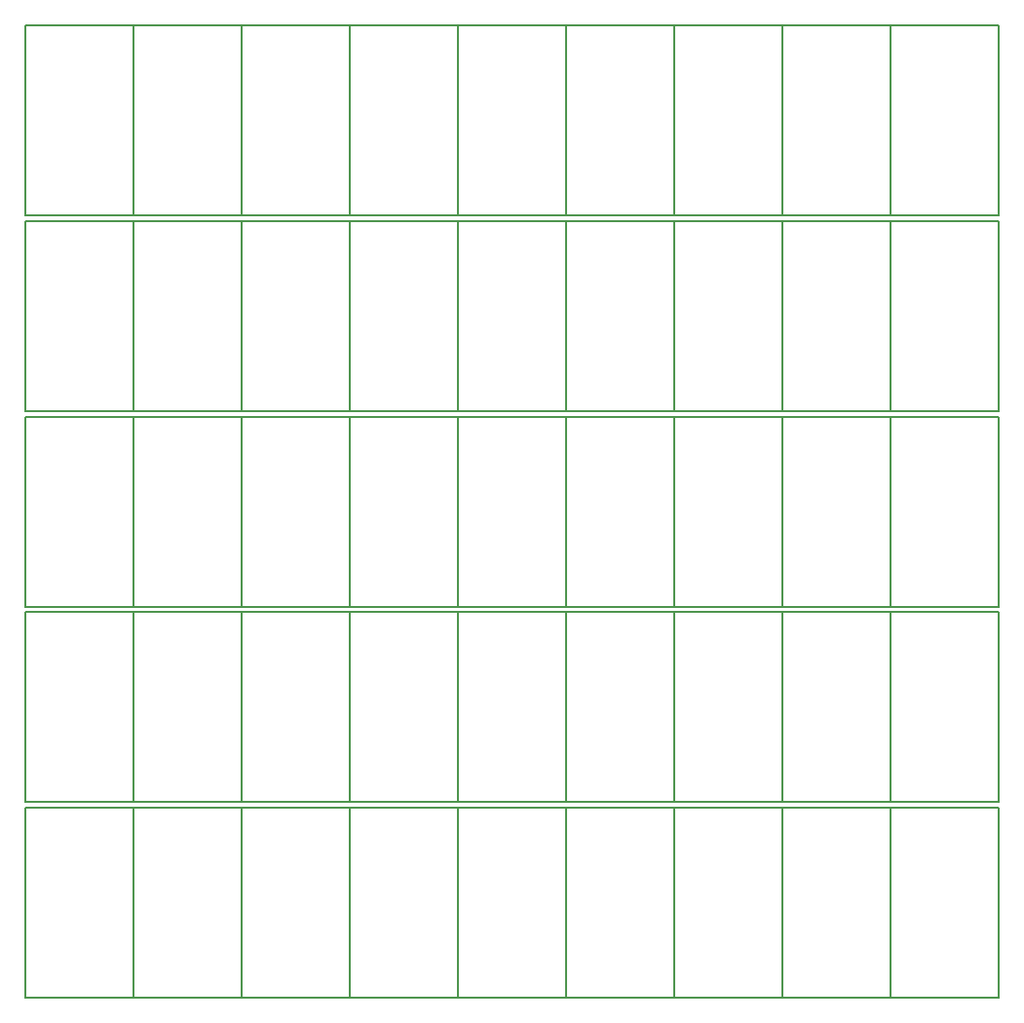
<source format=gbr>
G04 #@! TF.GenerationSoftware,KiCad,Pcbnew,5.0.0-rc2-dev-unknown-c6ef0d5~62~ubuntu16.04.1*
G04 #@! TF.CreationDate,2018-03-19T15:53:38+01:00*
G04 #@! TF.ProjectId,AS5306A_board_5x9_panel,415335333036415F626F6172645F3578,rev?*
G04 #@! TF.SameCoordinates,Original*
G04 #@! TF.FileFunction,Profile,NP*
%FSLAX46Y46*%
G04 Gerber Fmt 4.6, Leading zero omitted, Abs format (unit mm)*
G04 Created by KiCad (PCBNEW 5.0.0-rc2-dev-unknown-c6ef0d5~62~ubuntu16.04.1) date Mon Mar 19 15:53:38 2018*
%MOMM*%
%LPD*%
G01*
G04 APERTURE LIST*
%ADD10C,0.150000*%
G04 APERTURE END LIST*
D10*
X165886000Y-77600000D02*
X165886000Y-82600000D01*
X175286000Y-77600000D02*
X175286000Y-82600000D01*
X184686000Y-77600000D02*
X184686000Y-82600000D01*
X165886000Y-94600000D02*
X165886000Y-99600000D01*
X175286000Y-94600000D02*
X175286000Y-99600000D01*
X184686000Y-94600000D02*
X184686000Y-99600000D01*
X165886000Y-111600000D02*
X165886000Y-116600000D01*
X175286000Y-111600000D02*
X175286000Y-116600000D01*
X184686000Y-111600000D02*
X184686000Y-116600000D01*
X165886000Y-128600000D02*
X165886000Y-133600000D01*
X175286000Y-128600000D02*
X175286000Y-133600000D01*
X184686000Y-128600000D02*
X184686000Y-133600000D01*
X175286000Y-65600000D02*
X184686000Y-65600000D01*
X175286000Y-77600000D02*
X175286000Y-66100000D01*
X184686000Y-77600000D02*
X184686000Y-66100000D01*
X175286000Y-94600000D02*
X175286000Y-83100000D01*
X184686000Y-94600000D02*
X184686000Y-83100000D01*
X175286000Y-111600000D02*
X175286000Y-100100000D01*
X184686000Y-111600000D02*
X184686000Y-100100000D01*
X175286000Y-128600000D02*
X175286000Y-117100000D01*
X184686000Y-128600000D02*
X184686000Y-117100000D01*
X165886000Y-82600000D02*
X175286000Y-82600000D01*
X175286000Y-82600000D02*
X184686000Y-82600000D01*
X165886000Y-99600000D02*
X175286000Y-99600000D01*
X175286000Y-99600000D02*
X184686000Y-99600000D01*
X165886000Y-116600000D02*
X175286000Y-116600000D01*
X175286000Y-116600000D02*
X184686000Y-116600000D01*
X165886000Y-133600000D02*
X175286000Y-133600000D01*
X175286000Y-133600000D02*
X184686000Y-133600000D01*
X184686000Y-60600000D02*
X184686000Y-49100000D01*
X165886000Y-49100000D02*
X165886000Y-60600000D01*
X175286000Y-60600000D02*
X175286000Y-49100000D01*
X175286000Y-49100000D02*
X165886000Y-49100000D01*
X165886000Y-60600000D02*
X165886000Y-65600000D01*
X165886000Y-65600000D02*
X175286000Y-65600000D01*
X175286000Y-65600000D02*
X175286000Y-60600000D01*
X175286000Y-49100000D02*
X175286000Y-60600000D01*
X184686000Y-49100000D02*
X184686000Y-60600000D01*
X175286000Y-66100000D02*
X165886000Y-66100000D01*
X184686000Y-66100000D02*
X175286000Y-66100000D01*
X175286000Y-83100000D02*
X165886000Y-83100000D01*
X184686000Y-83100000D02*
X175286000Y-83100000D01*
X175286000Y-100100000D02*
X165886000Y-100100000D01*
X184686000Y-100100000D02*
X175286000Y-100100000D01*
X175286000Y-117100000D02*
X165886000Y-117100000D01*
X184686000Y-117100000D02*
X175286000Y-117100000D01*
X184686000Y-65600000D02*
X184686000Y-60600000D01*
X165886000Y-66100000D02*
X165886000Y-77600000D01*
X175286000Y-66100000D02*
X175286000Y-77600000D01*
X184686000Y-66100000D02*
X184686000Y-77600000D01*
X165886000Y-83100000D02*
X165886000Y-94600000D01*
X175286000Y-83100000D02*
X175286000Y-94600000D01*
X184686000Y-83100000D02*
X184686000Y-94600000D01*
X165886000Y-100100000D02*
X165886000Y-111600000D01*
X175286000Y-100100000D02*
X175286000Y-111600000D01*
X184686000Y-100100000D02*
X184686000Y-111600000D01*
X165886000Y-117100000D02*
X165886000Y-128600000D01*
X175286000Y-117100000D02*
X175286000Y-128600000D01*
X184686000Y-117100000D02*
X184686000Y-128600000D01*
X184686000Y-49100000D02*
X175286000Y-49100000D01*
X184686000Y-82600000D02*
X184686000Y-77600000D01*
X175286000Y-82600000D02*
X175286000Y-77600000D01*
X184686000Y-99600000D02*
X184686000Y-94600000D01*
X175286000Y-99600000D02*
X175286000Y-94600000D01*
X175286000Y-133600000D02*
X175286000Y-128600000D01*
X175286000Y-116600000D02*
X175286000Y-111600000D01*
X184686000Y-116600000D02*
X184686000Y-111600000D01*
X184686000Y-133600000D02*
X184686000Y-128600000D01*
X175286000Y-60600000D02*
X175286000Y-65600000D01*
X184686000Y-60600000D02*
X184686000Y-65600000D01*
X147090000Y-82600000D02*
X156490000Y-82600000D01*
X156490000Y-82600000D02*
X165890000Y-82600000D01*
X147090000Y-99600000D02*
X156490000Y-99600000D01*
X156490000Y-99600000D02*
X165890000Y-99600000D01*
X147090000Y-116600000D02*
X156490000Y-116600000D01*
X156490000Y-116600000D02*
X165890000Y-116600000D01*
X147090000Y-133600000D02*
X156490000Y-133600000D01*
X156490000Y-133600000D02*
X165890000Y-133600000D01*
X165890000Y-60600000D02*
X165890000Y-49100000D01*
X147090000Y-49100000D02*
X147090000Y-60600000D01*
X156490000Y-60600000D02*
X156490000Y-49100000D01*
X156490000Y-49100000D02*
X147090000Y-49100000D01*
X147090000Y-60600000D02*
X147090000Y-65600000D01*
X147090000Y-65600000D02*
X156490000Y-65600000D01*
X156490000Y-65600000D02*
X156490000Y-60600000D01*
X156490000Y-49100000D02*
X156490000Y-60600000D01*
X165890000Y-49100000D02*
X165890000Y-60600000D01*
X156490000Y-66100000D02*
X147090000Y-66100000D01*
X165890000Y-66100000D02*
X156490000Y-66100000D01*
X156490000Y-83100000D02*
X147090000Y-83100000D01*
X165890000Y-83100000D02*
X156490000Y-83100000D01*
X156490000Y-100100000D02*
X147090000Y-100100000D01*
X165890000Y-100100000D02*
X156490000Y-100100000D01*
X156490000Y-117100000D02*
X147090000Y-117100000D01*
X165890000Y-117100000D02*
X156490000Y-117100000D01*
X165890000Y-65600000D02*
X165890000Y-60600000D01*
X147090000Y-66100000D02*
X147090000Y-77600000D01*
X156490000Y-66100000D02*
X156490000Y-77600000D01*
X165890000Y-66100000D02*
X165890000Y-77600000D01*
X147090000Y-83100000D02*
X147090000Y-94600000D01*
X156490000Y-83100000D02*
X156490000Y-94600000D01*
X165890000Y-83100000D02*
X165890000Y-94600000D01*
X147090000Y-100100000D02*
X147090000Y-111600000D01*
X156490000Y-100100000D02*
X156490000Y-111600000D01*
X165890000Y-100100000D02*
X165890000Y-111600000D01*
X147090000Y-117100000D02*
X147090000Y-128600000D01*
X156490000Y-117100000D02*
X156490000Y-128600000D01*
X165890000Y-117100000D02*
X165890000Y-128600000D01*
X165890000Y-49100000D02*
X156490000Y-49100000D01*
X147090000Y-77600000D02*
X147090000Y-82600000D01*
X156490000Y-77600000D02*
X156490000Y-82600000D01*
X165890000Y-77600000D02*
X165890000Y-82600000D01*
X147090000Y-94600000D02*
X147090000Y-99600000D01*
X156490000Y-94600000D02*
X156490000Y-99600000D01*
X165890000Y-94600000D02*
X165890000Y-99600000D01*
X147090000Y-111600000D02*
X147090000Y-116600000D01*
X156490000Y-111600000D02*
X156490000Y-116600000D01*
X165890000Y-111600000D02*
X165890000Y-116600000D01*
X147090000Y-128600000D02*
X147090000Y-133600000D01*
X156490000Y-128600000D02*
X156490000Y-133600000D01*
X165890000Y-128600000D02*
X165890000Y-133600000D01*
X156490000Y-65600000D02*
X165890000Y-65600000D01*
X156490000Y-77600000D02*
X156490000Y-66100000D01*
X165890000Y-77600000D02*
X165890000Y-66100000D01*
X156490000Y-94600000D02*
X156490000Y-83100000D01*
X165890000Y-94600000D02*
X165890000Y-83100000D01*
X156490000Y-111600000D02*
X156490000Y-100100000D01*
X165890000Y-111600000D02*
X165890000Y-100100000D01*
X156490000Y-128600000D02*
X156490000Y-117100000D01*
X165890000Y-128600000D02*
X165890000Y-117100000D01*
X156490000Y-82600000D02*
X156490000Y-77600000D01*
X165890000Y-82600000D02*
X165890000Y-77600000D01*
X156490000Y-99600000D02*
X156490000Y-94600000D01*
X165890000Y-99600000D02*
X165890000Y-94600000D01*
X156490000Y-116600000D02*
X156490000Y-111600000D01*
X165890000Y-116600000D02*
X165890000Y-111600000D01*
X156490000Y-133600000D02*
X156490000Y-128600000D01*
X165890000Y-133600000D02*
X165890000Y-128600000D01*
X156490000Y-60600000D02*
X156490000Y-65600000D01*
X165890000Y-60600000D02*
X165890000Y-65600000D01*
X147100000Y-128600000D02*
X147100000Y-117100000D01*
X137700000Y-128600000D02*
X137700000Y-117100000D01*
X128300000Y-128600000D02*
X128300000Y-117100000D01*
X118900000Y-128600000D02*
X118900000Y-117100000D01*
X109500000Y-128600000D02*
X109500000Y-117100000D01*
X147100000Y-111600000D02*
X147100000Y-100100000D01*
X137700000Y-111600000D02*
X137700000Y-100100000D01*
X128300000Y-111600000D02*
X128300000Y-100100000D01*
X118900000Y-111600000D02*
X118900000Y-100100000D01*
X109500000Y-111600000D02*
X109500000Y-100100000D01*
X147100000Y-94600000D02*
X147100000Y-83100000D01*
X137700000Y-94600000D02*
X137700000Y-83100000D01*
X128300000Y-94600000D02*
X128300000Y-83100000D01*
X118900000Y-94600000D02*
X118900000Y-83100000D01*
X109500000Y-94600000D02*
X109500000Y-83100000D01*
X147100000Y-77600000D02*
X147100000Y-66100000D01*
X137700000Y-77600000D02*
X137700000Y-66100000D01*
X128300000Y-77600000D02*
X128300000Y-66100000D01*
X118900000Y-77600000D02*
X118900000Y-66100000D01*
X109500000Y-77600000D02*
X109500000Y-66100000D01*
X147100000Y-60600000D02*
X147100000Y-49100000D01*
X137700000Y-60600000D02*
X137700000Y-49100000D01*
X128300000Y-60600000D02*
X128300000Y-49100000D01*
X118900000Y-60600000D02*
X118900000Y-49100000D01*
X137700000Y-133600000D02*
X147100000Y-133600000D01*
X128300000Y-133600000D02*
X137700000Y-133600000D01*
X118900000Y-133600000D02*
X128300000Y-133600000D01*
X109500000Y-133600000D02*
X118900000Y-133600000D01*
X100100000Y-133600000D02*
X109500000Y-133600000D01*
X137700000Y-116600000D02*
X147100000Y-116600000D01*
X128300000Y-116600000D02*
X137700000Y-116600000D01*
X118900000Y-116600000D02*
X128300000Y-116600000D01*
X109500000Y-116600000D02*
X118900000Y-116600000D01*
X100100000Y-116600000D02*
X109500000Y-116600000D01*
X137700000Y-99600000D02*
X147100000Y-99600000D01*
X128300000Y-99600000D02*
X137700000Y-99600000D01*
X118900000Y-99600000D02*
X128300000Y-99600000D01*
X109500000Y-99600000D02*
X118900000Y-99600000D01*
X100100000Y-99600000D02*
X109500000Y-99600000D01*
X137700000Y-82600000D02*
X147100000Y-82600000D01*
X128300000Y-82600000D02*
X137700000Y-82600000D01*
X118900000Y-82600000D02*
X128300000Y-82600000D01*
X109500000Y-82600000D02*
X118900000Y-82600000D01*
X100100000Y-82600000D02*
X109500000Y-82600000D01*
X137700000Y-65600000D02*
X147100000Y-65600000D01*
X128300000Y-65600000D02*
X137700000Y-65600000D01*
X118900000Y-65600000D02*
X128300000Y-65600000D01*
X109500000Y-65600000D02*
X118900000Y-65600000D01*
X137700000Y-128600000D02*
X137700000Y-133600000D01*
X128300000Y-128600000D02*
X128300000Y-133600000D01*
X118900000Y-128600000D02*
X118900000Y-133600000D01*
X109500000Y-128600000D02*
X109500000Y-133600000D01*
X100100000Y-128600000D02*
X100100000Y-133600000D01*
X137700000Y-111600000D02*
X137700000Y-116600000D01*
X128300000Y-111600000D02*
X128300000Y-116600000D01*
X118900000Y-111600000D02*
X118900000Y-116600000D01*
X109500000Y-111600000D02*
X109500000Y-116600000D01*
X100100000Y-111600000D02*
X100100000Y-116600000D01*
X137700000Y-94600000D02*
X137700000Y-99600000D01*
X128300000Y-94600000D02*
X128300000Y-99600000D01*
X118900000Y-94600000D02*
X118900000Y-99600000D01*
X109500000Y-94600000D02*
X109500000Y-99600000D01*
X100100000Y-94600000D02*
X100100000Y-99600000D01*
X137700000Y-77600000D02*
X137700000Y-82600000D01*
X128300000Y-77600000D02*
X128300000Y-82600000D01*
X118900000Y-77600000D02*
X118900000Y-82600000D01*
X109500000Y-77600000D02*
X109500000Y-82600000D01*
X100100000Y-77600000D02*
X100100000Y-82600000D01*
X137700000Y-60600000D02*
X137700000Y-65600000D01*
X128300000Y-60600000D02*
X128300000Y-65600000D01*
X118900000Y-60600000D02*
X118900000Y-65600000D01*
X109500000Y-60600000D02*
X109500000Y-65600000D01*
X147100000Y-133600000D02*
X147100000Y-128600000D01*
X137700000Y-133600000D02*
X137700000Y-128600000D01*
X128300000Y-133600000D02*
X128300000Y-128600000D01*
X118900000Y-133600000D02*
X118900000Y-128600000D01*
X109500000Y-133600000D02*
X109500000Y-128600000D01*
X147100000Y-116600000D02*
X147100000Y-111600000D01*
X137700000Y-116600000D02*
X137700000Y-111600000D01*
X128300000Y-116600000D02*
X128300000Y-111600000D01*
X118900000Y-116600000D02*
X118900000Y-111600000D01*
X109500000Y-116600000D02*
X109500000Y-111600000D01*
X147100000Y-99600000D02*
X147100000Y-94600000D01*
X137700000Y-99600000D02*
X137700000Y-94600000D01*
X128300000Y-99600000D02*
X128300000Y-94600000D01*
X118900000Y-99600000D02*
X118900000Y-94600000D01*
X109500000Y-99600000D02*
X109500000Y-94600000D01*
X147100000Y-82600000D02*
X147100000Y-77600000D01*
X137700000Y-82600000D02*
X137700000Y-77600000D01*
X128300000Y-82600000D02*
X128300000Y-77600000D01*
X118900000Y-82600000D02*
X118900000Y-77600000D01*
X109500000Y-82600000D02*
X109500000Y-77600000D01*
X147100000Y-65600000D02*
X147100000Y-60600000D01*
X137700000Y-65600000D02*
X137700000Y-60600000D01*
X128300000Y-65600000D02*
X128300000Y-60600000D01*
X118900000Y-65600000D02*
X118900000Y-60600000D01*
X147100000Y-117100000D02*
X137700000Y-117100000D01*
X137700000Y-117100000D02*
X128300000Y-117100000D01*
X128300000Y-117100000D02*
X118900000Y-117100000D01*
X118900000Y-117100000D02*
X109500000Y-117100000D01*
X109500000Y-117100000D02*
X100100000Y-117100000D01*
X147100000Y-100100000D02*
X137700000Y-100100000D01*
X137700000Y-100100000D02*
X128300000Y-100100000D01*
X128300000Y-100100000D02*
X118900000Y-100100000D01*
X118900000Y-100100000D02*
X109500000Y-100100000D01*
X109500000Y-100100000D02*
X100100000Y-100100000D01*
X147100000Y-83100000D02*
X137700000Y-83100000D01*
X137700000Y-83100000D02*
X128300000Y-83100000D01*
X128300000Y-83100000D02*
X118900000Y-83100000D01*
X118900000Y-83100000D02*
X109500000Y-83100000D01*
X109500000Y-83100000D02*
X100100000Y-83100000D01*
X147100000Y-66100000D02*
X137700000Y-66100000D01*
X137700000Y-66100000D02*
X128300000Y-66100000D01*
X128300000Y-66100000D02*
X118900000Y-66100000D01*
X118900000Y-66100000D02*
X109500000Y-66100000D01*
X109500000Y-66100000D02*
X100100000Y-66100000D01*
X147100000Y-49100000D02*
X137700000Y-49100000D01*
X137700000Y-49100000D02*
X128300000Y-49100000D01*
X128300000Y-49100000D02*
X118900000Y-49100000D01*
X118900000Y-49100000D02*
X109500000Y-49100000D01*
X137700000Y-117100000D02*
X137700000Y-128600000D01*
X128300000Y-117100000D02*
X128300000Y-128600000D01*
X118900000Y-117100000D02*
X118900000Y-128600000D01*
X109500000Y-117100000D02*
X109500000Y-128600000D01*
X100100000Y-117100000D02*
X100100000Y-128600000D01*
X137700000Y-100100000D02*
X137700000Y-111600000D01*
X128300000Y-100100000D02*
X128300000Y-111600000D01*
X118900000Y-100100000D02*
X118900000Y-111600000D01*
X109500000Y-100100000D02*
X109500000Y-111600000D01*
X100100000Y-100100000D02*
X100100000Y-111600000D01*
X137700000Y-83100000D02*
X137700000Y-94600000D01*
X128300000Y-83100000D02*
X128300000Y-94600000D01*
X118900000Y-83100000D02*
X118900000Y-94600000D01*
X109500000Y-83100000D02*
X109500000Y-94600000D01*
X100100000Y-83100000D02*
X100100000Y-94600000D01*
X137700000Y-66100000D02*
X137700000Y-77600000D01*
X128300000Y-66100000D02*
X128300000Y-77600000D01*
X118900000Y-66100000D02*
X118900000Y-77600000D01*
X109500000Y-66100000D02*
X109500000Y-77600000D01*
X100100000Y-66100000D02*
X100100000Y-77600000D01*
X137700000Y-49100000D02*
X137700000Y-60600000D01*
X128300000Y-49100000D02*
X128300000Y-60600000D01*
X118900000Y-49100000D02*
X118900000Y-60600000D01*
X109500000Y-49100000D02*
X109500000Y-60600000D01*
X109500000Y-65600000D02*
X109500000Y-60600000D01*
X100100000Y-65600000D02*
X109500000Y-65600000D01*
X100100000Y-60600000D02*
X100100000Y-65600000D01*
X109500000Y-49100000D02*
X100100000Y-49100000D01*
X109500000Y-60600000D02*
X109500000Y-49100000D01*
X100100000Y-49100000D02*
X100100000Y-60600000D01*
M02*

</source>
